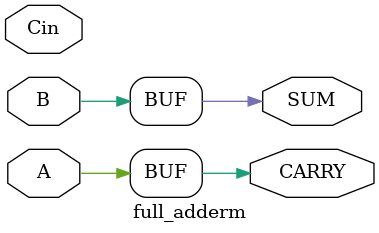
<source format=v>
module multiplier (
    input  [3:0] A, 
    input  [3:0] B,  
    output [7:0] result   
);

    wire [3:0] pp0, pp1, pp2, pp3; 
    assign pp0 = A & {4{B[0]}};
    assign pp1 = A & {4{B[1]}};
    assign pp2 = A & {4{B[2]}};
    assign pp3 = A & {4{B[3]}};

    wire s1,s2,s3,s4,s5,s6,c1,c2,c3,c4,c5,c6,c7,c8,c9,c10,c11,c12,s31,s32,s41,s42,s51;
      half_adder ha1 (pp0[1],pp1[0],s1,c1);
      full_adderm fa1 (pp0[2],pp1[1],c1,s21,c2);
      half_adder ha2 (s21,pp2[0],s2,c3);
      full_adderm fa3 (pp0[3],pp1[2],c2,s31,c4);
      full_adderm fa4 (s31,pp2[1],c3,s32,c5);
      half_adder ha3 (s32,pp3[0],s3,c6);
      half_adder ha4 (pp1[3],c4,s41,c7);
      full_adder fa5 (pp2[2],s41,c5,s42,c8);
      full_adder fa6 (pp3[1],s42,c6,s4,c9);
      full_adder fa7 (pp2[3],c7,c8,s51,c10);
      full_adder fa8 (pp3[2],s51,c9,s5,c11);
      full_adder fa9 (pp3[3],c10,c11,s6,c12);
      
    wire [7:0] sum, carry;
    assign sum[0] = pp0[0];
    assign sum[1] = s1;
    assign sum[2] = s2;
    assign sum[3] = s3;
    assign sum[4] = s4;
    assign sum[5] = s5;
    assign sum[6] = s6;
    assign sum[7] = c12;  
    assign result = sum ;

endmodule

module half_adder (
    input  A, B,
    output SUM, CARRY
);
    assign SUM = A ^ B;
    assign CARRY = A & B;
endmodule

module full_adder (
    input  A, B, Cin,
    output SUM, CARRY
);
    assign SUM = A^B^Cin;
    assign CARRY = (A&B)|(B&Cin)|(Cin&A);
endmodule

module full_adderm (
    input A,B,Cin,
    output SUM,CARRY
    );
    assign SUM = B;
    assign CARRY = A;
    endmodule

</source>
